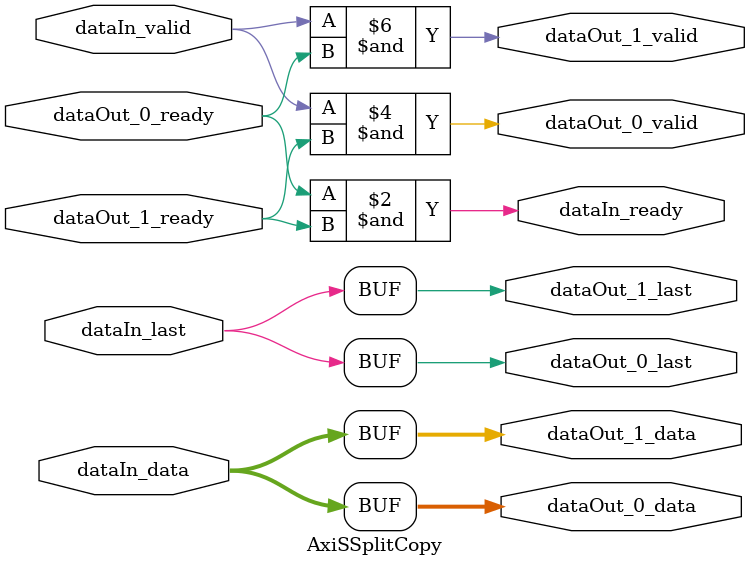
<source format=v>
module AxiSSplitCopy #(
    parameter DATA_WIDTH = 64,
    parameter DEST_WIDTH = 0,
    parameter ID_WIDTH = 0,
    parameter INTF_CLS = "<class 'hwtLib.amba.axis.AxiStream'>",
    parameter IS_BIGENDIAN = 0,
    parameter OUTPUTS = 2,
    parameter USER_WIDTH = 0,
    parameter USE_KEEP = 0,
    parameter USE_STRB = 0
) (
    input wire[63:0] dataIn_data,
    input wire dataIn_last,
    output reg dataIn_ready,
    input wire dataIn_valid,
    output wire[63:0] dataOut_0_data,
    output wire dataOut_0_last,
    input wire dataOut_0_ready,
    output reg dataOut_0_valid,
    output wire[63:0] dataOut_1_data,
    output wire dataOut_1_last,
    input wire dataOut_1_ready,
    output reg dataOut_1_valid
);
    always @(dataOut_0_ready, dataOut_1_ready) begin: assig_process_dataIn_ready
        dataIn_ready = dataOut_0_ready & dataOut_1_ready;
    end
    assign dataOut_0_data = dataIn_data;
    assign dataOut_0_last = dataIn_last;
    always @(dataIn_valid, dataOut_1_ready) begin: assig_process_dataOut_0_valid
        dataOut_0_valid = dataIn_valid & dataOut_1_ready;
    end
    assign dataOut_1_data = dataIn_data;
    assign dataOut_1_last = dataIn_last;
    always @(dataIn_valid, dataOut_0_ready) begin: assig_process_dataOut_1_valid
        dataOut_1_valid = dataIn_valid & dataOut_0_ready;
    end
    generate if (DATA_WIDTH != 64)
        $error("%m Generated only for this param value");
    endgenerate
    generate if (DEST_WIDTH != 0)
        $error("%m Generated only for this param value");
    endgenerate
    generate if (ID_WIDTH != 0)
        $error("%m Generated only for this param value");
    endgenerate
    generate if (INTF_CLS != "<class 'hwtLib.amba.axis.AxiStream'>")
        $error("%m Generated only for this param value");
    endgenerate
    generate if (IS_BIGENDIAN != 0)
        $error("%m Generated only for this param value");
    endgenerate
    generate if (OUTPUTS != 2)
        $error("%m Generated only for this param value");
    endgenerate
    generate if (USER_WIDTH != 0)
        $error("%m Generated only for this param value");
    endgenerate
    generate if (USE_KEEP != 0)
        $error("%m Generated only for this param value");
    endgenerate
    generate if (USE_STRB != 0)
        $error("%m Generated only for this param value");
    endgenerate
endmodule
</source>
